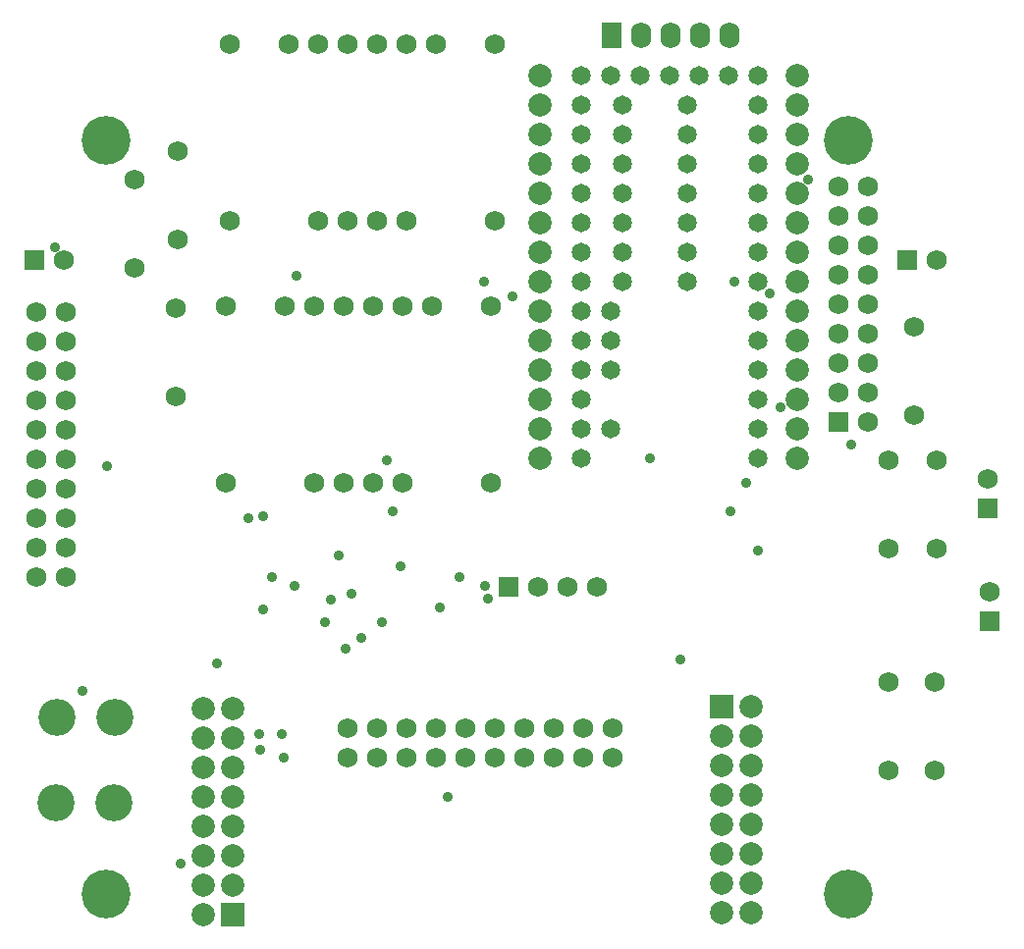
<source format=gbs>
G04 Layer_Color=8150272*
%FSLAX24Y24*%
%MOIN*%
G70*
G01*
G75*
%ADD27C,0.0650*%
%ADD42C,0.0680*%
%ADD43R,0.0680X0.0680*%
%ADD44C,0.0789*%
%ADD45R,0.0789X0.0789*%
%ADD46C,0.0789*%
%ADD47O,0.0680X0.0880*%
%ADD48R,0.0680X0.0880*%
%ADD49C,0.1655*%
%ADD50C,0.1261*%
%ADD51R,0.0680X0.0680*%
%ADD52R,0.0690X0.0690*%
%ADD53C,0.0690*%
%ADD54C,0.0356*%
D27*
X34732Y41189D02*
D03*
Y42189D02*
D03*
Y43189D02*
D03*
Y44189D02*
D03*
Y45189D02*
D03*
Y46189D02*
D03*
Y47189D02*
D03*
Y48189D02*
D03*
Y49189D02*
D03*
Y50189D02*
D03*
Y51189D02*
D03*
Y52189D02*
D03*
Y53189D02*
D03*
Y54189D02*
D03*
X28732D02*
D03*
Y53189D02*
D03*
Y52189D02*
D03*
Y51189D02*
D03*
Y50189D02*
D03*
Y49189D02*
D03*
Y48189D02*
D03*
Y47189D02*
D03*
Y46189D02*
D03*
Y45189D02*
D03*
Y44189D02*
D03*
Y43189D02*
D03*
Y42189D02*
D03*
Y41189D02*
D03*
X29738Y54189D02*
D03*
X30738D02*
D03*
X31738D02*
D03*
X32738D02*
D03*
X33738D02*
D03*
X30138Y53189D02*
D03*
X32338D02*
D03*
Y52189D02*
D03*
X30138D02*
D03*
Y51189D02*
D03*
X32338D02*
D03*
Y50189D02*
D03*
X30138D02*
D03*
Y49189D02*
D03*
X32338D02*
D03*
Y48189D02*
D03*
X30138D02*
D03*
Y47189D02*
D03*
X32338D02*
D03*
X29738Y46189D02*
D03*
Y45189D02*
D03*
Y44189D02*
D03*
Y42189D02*
D03*
D42*
X21669Y40339D02*
D03*
X20669D02*
D03*
X18669Y46339D02*
D03*
X19669D02*
D03*
X22669Y40339D02*
D03*
X20669Y46339D02*
D03*
X23669D02*
D03*
X22669D02*
D03*
X19669Y40339D02*
D03*
X21669Y46339D02*
D03*
X16669Y40339D02*
D03*
X25669D02*
D03*
X16669Y46339D02*
D03*
X25669D02*
D03*
X21787Y49236D02*
D03*
X20787D02*
D03*
X18787Y55236D02*
D03*
X19787D02*
D03*
X22787Y49236D02*
D03*
X20787Y55236D02*
D03*
X23787D02*
D03*
X22787D02*
D03*
X19787Y49236D02*
D03*
X21787Y55236D02*
D03*
X16787Y49236D02*
D03*
X25787D02*
D03*
X16787Y55236D02*
D03*
X25787D02*
D03*
X13583Y47634D02*
D03*
Y50634D02*
D03*
X11169Y47913D02*
D03*
X40815D02*
D03*
X40039Y42634D02*
D03*
Y45634D02*
D03*
X39173Y41106D02*
D03*
Y38106D02*
D03*
X40787Y41106D02*
D03*
Y38106D02*
D03*
X40748Y33587D02*
D03*
Y30587D02*
D03*
X39173Y33587D02*
D03*
Y30587D02*
D03*
X15039Y51618D02*
D03*
Y48618D02*
D03*
X14961Y46264D02*
D03*
Y43264D02*
D03*
X10228Y46142D02*
D03*
X11228D02*
D03*
X10228Y45142D02*
D03*
X11228D02*
D03*
X10228Y44142D02*
D03*
X11228D02*
D03*
X10228Y43142D02*
D03*
X11228D02*
D03*
X10228Y42142D02*
D03*
X11228D02*
D03*
X10228Y41142D02*
D03*
X11228D02*
D03*
X10228Y40142D02*
D03*
X11228D02*
D03*
X10228Y39142D02*
D03*
X11228D02*
D03*
X10228Y38142D02*
D03*
X11228D02*
D03*
X10228Y37142D02*
D03*
X11228D02*
D03*
X29787Y32016D02*
D03*
Y31016D02*
D03*
X28787Y32016D02*
D03*
Y31016D02*
D03*
X27787Y32016D02*
D03*
Y31016D02*
D03*
X26787Y32016D02*
D03*
Y31016D02*
D03*
X25787Y32016D02*
D03*
Y31016D02*
D03*
X24787Y32016D02*
D03*
Y31016D02*
D03*
X23787Y32016D02*
D03*
Y31016D02*
D03*
X22787Y32016D02*
D03*
Y31016D02*
D03*
X21787Y32016D02*
D03*
Y31016D02*
D03*
X20787Y32016D02*
D03*
Y31016D02*
D03*
X42520Y40461D02*
D03*
X42598Y36642D02*
D03*
X38453Y42417D02*
D03*
X37453Y43417D02*
D03*
X38453D02*
D03*
X37453Y44417D02*
D03*
X38453D02*
D03*
X37453Y45417D02*
D03*
X38453D02*
D03*
X37453Y46417D02*
D03*
X38453D02*
D03*
X37453Y47417D02*
D03*
X38453D02*
D03*
X37453Y48417D02*
D03*
X38453D02*
D03*
X37453Y49417D02*
D03*
X38453D02*
D03*
X37453Y50417D02*
D03*
X38453D02*
D03*
D43*
X10169Y47913D02*
D03*
X39815D02*
D03*
D44*
X34504Y28756D02*
D03*
X33504D02*
D03*
X34504Y29756D02*
D03*
X33504D02*
D03*
X34504Y30756D02*
D03*
X33504D02*
D03*
X34504Y31756D02*
D03*
X33504D02*
D03*
X34504Y32756D02*
D03*
X27323Y41181D02*
D03*
Y42181D02*
D03*
Y43181D02*
D03*
Y44181D02*
D03*
Y45181D02*
D03*
Y46181D02*
D03*
Y47181D02*
D03*
Y48181D02*
D03*
Y49181D02*
D03*
Y50181D02*
D03*
Y51181D02*
D03*
Y52181D02*
D03*
Y53181D02*
D03*
Y54181D02*
D03*
X15890Y29669D02*
D03*
X16890D02*
D03*
X15890Y28669D02*
D03*
X16890D02*
D03*
X15890Y27669D02*
D03*
X16890D02*
D03*
X15890Y26669D02*
D03*
X16890D02*
D03*
X15890Y25669D02*
D03*
X36063Y41181D02*
D03*
Y42181D02*
D03*
Y43181D02*
D03*
Y44181D02*
D03*
Y45181D02*
D03*
Y46181D02*
D03*
Y47181D02*
D03*
Y48181D02*
D03*
Y49181D02*
D03*
Y50181D02*
D03*
Y51181D02*
D03*
Y52181D02*
D03*
Y53181D02*
D03*
Y54181D02*
D03*
D45*
X33504Y32756D02*
D03*
X16890Y25669D02*
D03*
D46*
X33504Y27756D02*
D03*
X34504D02*
D03*
X33504Y26756D02*
D03*
X34504D02*
D03*
X33504Y25756D02*
D03*
X34504D02*
D03*
X16890Y30669D02*
D03*
X15890D02*
D03*
X16890Y31669D02*
D03*
X15890D02*
D03*
X16890Y32669D02*
D03*
X15890D02*
D03*
D47*
X33764Y55551D02*
D03*
X32764D02*
D03*
X31764D02*
D03*
X30764D02*
D03*
D48*
X29764D02*
D03*
D49*
X37795Y51968D02*
D03*
X12598Y26378D02*
D03*
X37795D02*
D03*
X12598Y51968D02*
D03*
D50*
X10906Y29488D02*
D03*
X12874D02*
D03*
X10945Y32362D02*
D03*
X12913D02*
D03*
D51*
X42520Y39461D02*
D03*
X42598Y35642D02*
D03*
X37453Y42417D02*
D03*
D52*
X26252Y36811D02*
D03*
D53*
X27252D02*
D03*
X28252D02*
D03*
X29252D02*
D03*
D54*
X31070Y41180D02*
D03*
X10880Y48330D02*
D03*
X25580Y36400D02*
D03*
X32110Y34350D02*
D03*
X33790Y39380D02*
D03*
X17930Y36040D02*
D03*
X19080Y47360D02*
D03*
X26414Y46680D02*
D03*
X35120Y46760D02*
D03*
X37890Y41640D02*
D03*
X22120Y41120D02*
D03*
X34730Y38040D02*
D03*
X21260Y35080D02*
D03*
X25421Y47181D02*
D03*
X15150Y27420D02*
D03*
X17800Y31810D02*
D03*
X24190Y29670D02*
D03*
X25460Y36850D02*
D03*
X20490Y37860D02*
D03*
X17840Y31270D02*
D03*
X18575Y31795D02*
D03*
X16360Y34200D02*
D03*
X20236Y36370D02*
D03*
X23940Y36120D02*
D03*
X12640Y40890D02*
D03*
X24590Y37130D02*
D03*
X11810Y33260D02*
D03*
X18634Y31008D02*
D03*
X35500Y42890D02*
D03*
X18240Y37140D02*
D03*
X19010Y36830D02*
D03*
X20030Y35610D02*
D03*
X22350Y39380D02*
D03*
X17940Y39220D02*
D03*
X34340Y40340D02*
D03*
X17446Y39130D02*
D03*
X20940Y36570D02*
D03*
X20750Y34690D02*
D03*
X21960Y35600D02*
D03*
X22600Y37500D02*
D03*
X33951Y47189D02*
D03*
X36440Y50640D02*
D03*
M02*

</source>
